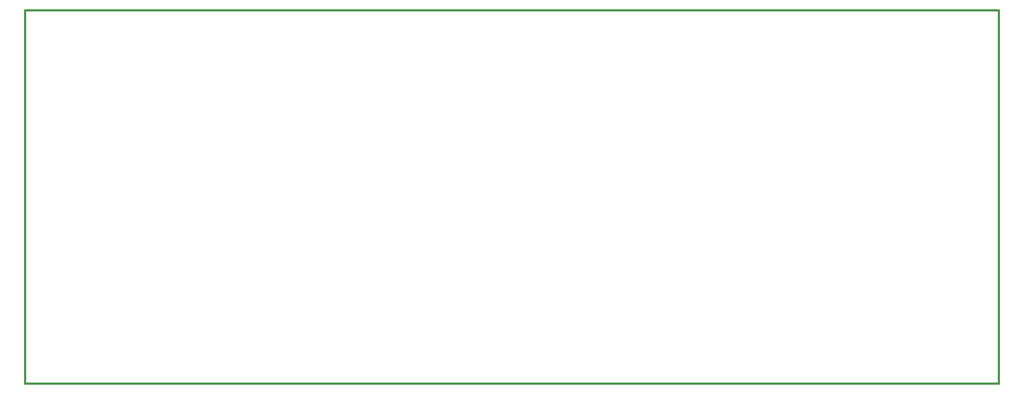
<source format=gko>
G04*
G04 #@! TF.GenerationSoftware,Altium Limited,Altium Designer,22.0.2 (36)*
G04*
G04 Layer_Color=16711935*
%FSLAX25Y25*%
%MOIN*%
G70*
G04*
G04 #@! TF.SameCoordinates,4B23997A-F780-4CFF-BF2E-C76CCAE4F475*
G04*
G04*
G04 #@! TF.FilePolarity,Positive*
G04*
G01*
G75*
%ADD34C,0.01181*%
D34*
Y0D02*
Y228346D01*
X594488D01*
Y0D02*
Y228346D01*
X0Y0D02*
X594488D01*
M02*

</source>
